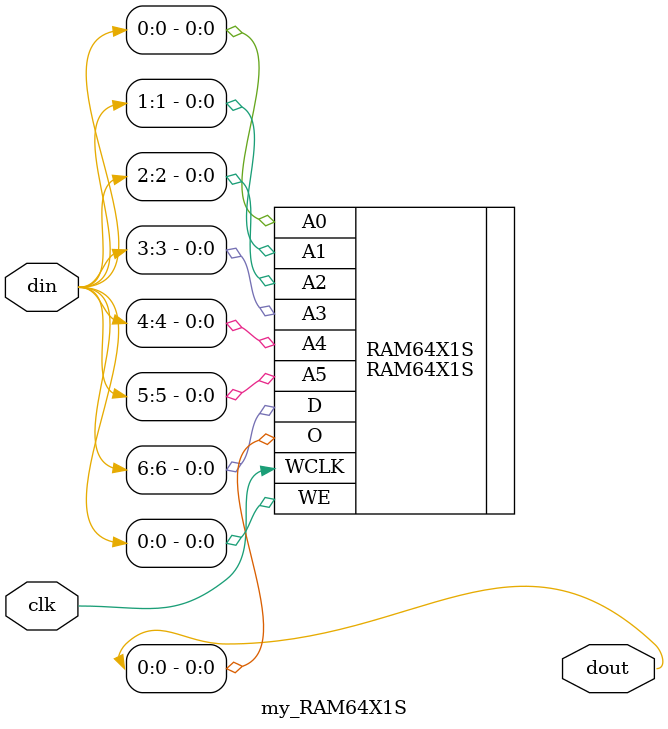
<source format=v>
module my_RAM64X1S (input clk, input [7:0] din, output [7:0] dout);
    parameter LOC = "";
    parameter BEL="A6LUT";
    (* LOC=LOC, BEL=BEL *)
    RAM64X1S #(
        ) RAM64X1S (
            .O(dout[0]),
            .A0(din[0]),
            .A1(din[1]),
            .A2(din[2]),
            .A3(din[3]),
            .A4(din[4]),
            .A5(din[5]),
            .D(din[6]),
            .WCLK(clk),
            .WE(din[0]));
endmodule
</source>
